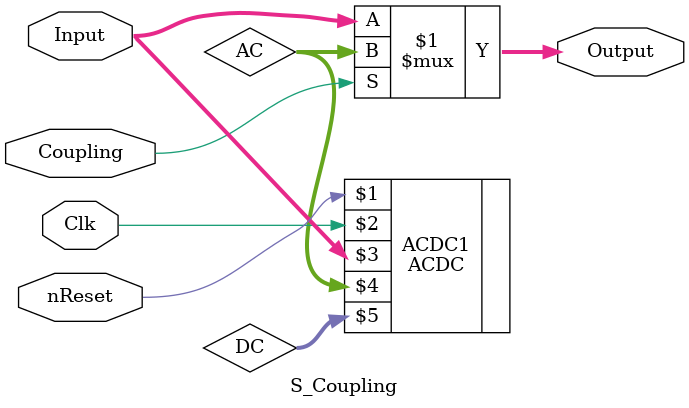
<source format=v>

module S_Coupling(
 input  nReset,
 input  Clk, // 45 MHz

 input  [23:0]Input,  // 2's Compliment
 output [23:0]Output, // 2's Compliment

 input  Coupling); // 1 = AC (1 Hz), 0 = DC
 
 wire [23:0]DC;
 wire [23:0]AC;

 ACDC #(24, 24, 8) ACDC1(nReset, Clk, Input, AC, DC);
 
 assign Output = Coupling ? AC : Input;
endmodule

</source>
